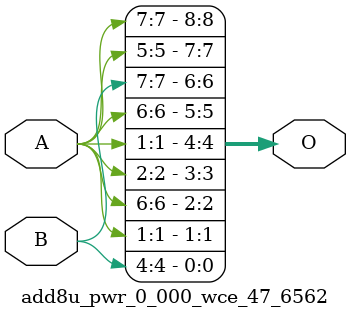
<source format=v>
/***
* This code is a part of EvoApproxLib library (ehw.fit.vutbr.cz/approxlib) distributed under The MIT License.
* When used, please cite the following article(s):  
* This file contains a circuit from a sub-set of pareto optimal circuits with respect to the pwr and wce parameters
***/

// bdd_sift/bw_8/conf_core_0_mae_000103/run.00000.chr
module add8u_pwr_0_000_wce_47_6562(A, B, O);
  input [7:0] A, B;
  output [8:0] O;
  assign O[1] = A[1];
  assign O[5] = A[6];
  assign O[0] = B[4]; // default output
  assign O[2] = A[6]; // default output
  assign O[3] = A[2]; // default output
  assign O[4] = O[1]; // default output
  assign O[6] = B[7]; // default output
  assign O[7] = A[5]; // default output
  assign O[8] = A[7]; // default output
endmodule


// internal reference: cgp-add-bdd.08.add8u_pwr_0_000_wce_47_6562


</source>
